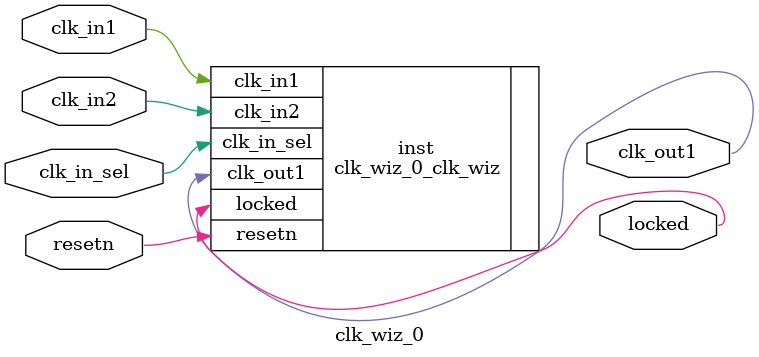
<source format=v>


`timescale 1ps/1ps

(* CORE_GENERATION_INFO = "clk_wiz_0,clk_wiz_v6_0_3_0_0,{component_name=clk_wiz_0,use_phase_alignment=true,use_min_o_jitter=false,use_max_i_jitter=false,use_dyn_phase_shift=false,use_inclk_switchover=true,use_dyn_reconfig=false,enable_axi=0,feedback_source=FDBK_AUTO,PRIMITIVE=PLL,num_out_clk=1,clkin1_period=20.000,clkin2_period=20.000,use_power_down=false,use_reset=true,use_locked=true,use_inclk_stopped=false,feedback_type=SINGLE,CLOCK_MGR_TYPE=NA,manual_override=true}" *)

module clk_wiz_0 
 (
  input         clk_in2,
  input         clk_in_sel,
  // Clock out ports
  output        clk_out1,
  // Status and control signals
  input         resetn,
  output        locked,
 // Clock in ports
  input         clk_in1
 );

  clk_wiz_0_clk_wiz inst
  (
  .clk_in2(clk_in2),
  .clk_in_sel(clk_in_sel),
  // Clock out ports  
  .clk_out1(clk_out1),
  // Status and control signals               
  .resetn(resetn), 
  .locked(locked),
 // Clock in ports
  .clk_in1(clk_in1)
  );

endmodule

</source>
